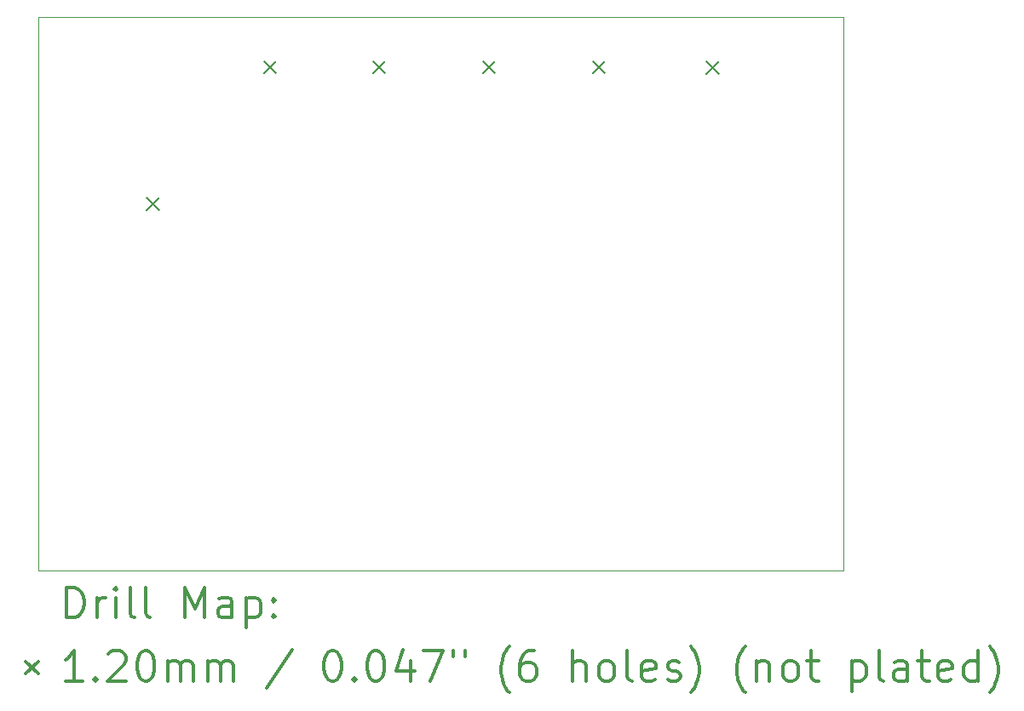
<source format=gbr>
%FSLAX45Y45*%
G04 Gerber Fmt 4.5, Leading zero omitted, Abs format (unit mm)*
G04 Created by KiCad (PCBNEW 5.1.6+dfsg1-1~bpo9+1) date 2022-04-04 20:28:34*
%MOMM*%
%LPD*%
G01*
G04 APERTURE LIST*
%TA.AperFunction,Profile*%
%ADD10C,0.100000*%
%TD*%
%ADD11C,0.200000*%
%ADD12C,0.300000*%
G04 APERTURE END LIST*
D10*
X15500000Y-3000000D02*
X7500000Y-3000000D01*
X15500000Y-3000000D02*
X15500000Y-8500000D01*
X7500000Y-8500000D02*
X7500000Y-3000000D01*
X7500000Y-8500000D02*
X15500000Y-8500000D01*
D11*
X9739300Y-3435700D02*
X9859300Y-3555700D01*
X9859300Y-3435700D02*
X9739300Y-3555700D01*
X10825150Y-3435700D02*
X10945150Y-3555700D01*
X10945150Y-3435700D02*
X10825150Y-3555700D01*
X14139850Y-3442050D02*
X14259850Y-3562050D01*
X14259850Y-3442050D02*
X14139850Y-3562050D01*
X8577250Y-4797140D02*
X8697250Y-4917140D01*
X8697250Y-4797140D02*
X8577250Y-4917140D01*
X11917350Y-3435700D02*
X12037350Y-3555700D01*
X12037350Y-3435700D02*
X11917350Y-3555700D01*
X13009550Y-3435700D02*
X13129550Y-3555700D01*
X13129550Y-3435700D02*
X13009550Y-3555700D01*
D12*
X7781428Y-8970714D02*
X7781428Y-8670714D01*
X7852857Y-8670714D01*
X7895714Y-8685000D01*
X7924286Y-8713572D01*
X7938571Y-8742143D01*
X7952857Y-8799286D01*
X7952857Y-8842143D01*
X7938571Y-8899286D01*
X7924286Y-8927857D01*
X7895714Y-8956429D01*
X7852857Y-8970714D01*
X7781428Y-8970714D01*
X8081428Y-8970714D02*
X8081428Y-8770714D01*
X8081428Y-8827857D02*
X8095714Y-8799286D01*
X8110000Y-8785000D01*
X8138571Y-8770714D01*
X8167143Y-8770714D01*
X8267143Y-8970714D02*
X8267143Y-8770714D01*
X8267143Y-8670714D02*
X8252857Y-8685000D01*
X8267143Y-8699286D01*
X8281428Y-8685000D01*
X8267143Y-8670714D01*
X8267143Y-8699286D01*
X8452857Y-8970714D02*
X8424286Y-8956429D01*
X8410000Y-8927857D01*
X8410000Y-8670714D01*
X8610000Y-8970714D02*
X8581428Y-8956429D01*
X8567143Y-8927857D01*
X8567143Y-8670714D01*
X8952857Y-8970714D02*
X8952857Y-8670714D01*
X9052857Y-8885000D01*
X9152857Y-8670714D01*
X9152857Y-8970714D01*
X9424286Y-8970714D02*
X9424286Y-8813572D01*
X9410000Y-8785000D01*
X9381428Y-8770714D01*
X9324286Y-8770714D01*
X9295714Y-8785000D01*
X9424286Y-8956429D02*
X9395714Y-8970714D01*
X9324286Y-8970714D01*
X9295714Y-8956429D01*
X9281428Y-8927857D01*
X9281428Y-8899286D01*
X9295714Y-8870714D01*
X9324286Y-8856429D01*
X9395714Y-8856429D01*
X9424286Y-8842143D01*
X9567143Y-8770714D02*
X9567143Y-9070714D01*
X9567143Y-8785000D02*
X9595714Y-8770714D01*
X9652857Y-8770714D01*
X9681428Y-8785000D01*
X9695714Y-8799286D01*
X9710000Y-8827857D01*
X9710000Y-8913572D01*
X9695714Y-8942143D01*
X9681428Y-8956429D01*
X9652857Y-8970714D01*
X9595714Y-8970714D01*
X9567143Y-8956429D01*
X9838571Y-8942143D02*
X9852857Y-8956429D01*
X9838571Y-8970714D01*
X9824286Y-8956429D01*
X9838571Y-8942143D01*
X9838571Y-8970714D01*
X9838571Y-8785000D02*
X9852857Y-8799286D01*
X9838571Y-8813572D01*
X9824286Y-8799286D01*
X9838571Y-8785000D01*
X9838571Y-8813572D01*
X7375000Y-9405000D02*
X7495000Y-9525000D01*
X7495000Y-9405000D02*
X7375000Y-9525000D01*
X7938571Y-9600714D02*
X7767143Y-9600714D01*
X7852857Y-9600714D02*
X7852857Y-9300714D01*
X7824286Y-9343572D01*
X7795714Y-9372143D01*
X7767143Y-9386429D01*
X8067143Y-9572143D02*
X8081428Y-9586429D01*
X8067143Y-9600714D01*
X8052857Y-9586429D01*
X8067143Y-9572143D01*
X8067143Y-9600714D01*
X8195714Y-9329286D02*
X8210000Y-9315000D01*
X8238571Y-9300714D01*
X8310000Y-9300714D01*
X8338571Y-9315000D01*
X8352857Y-9329286D01*
X8367143Y-9357857D01*
X8367143Y-9386429D01*
X8352857Y-9429286D01*
X8181428Y-9600714D01*
X8367143Y-9600714D01*
X8552857Y-9300714D02*
X8581428Y-9300714D01*
X8610000Y-9315000D01*
X8624286Y-9329286D01*
X8638571Y-9357857D01*
X8652857Y-9415000D01*
X8652857Y-9486429D01*
X8638571Y-9543572D01*
X8624286Y-9572143D01*
X8610000Y-9586429D01*
X8581428Y-9600714D01*
X8552857Y-9600714D01*
X8524286Y-9586429D01*
X8510000Y-9572143D01*
X8495714Y-9543572D01*
X8481428Y-9486429D01*
X8481428Y-9415000D01*
X8495714Y-9357857D01*
X8510000Y-9329286D01*
X8524286Y-9315000D01*
X8552857Y-9300714D01*
X8781428Y-9600714D02*
X8781428Y-9400714D01*
X8781428Y-9429286D02*
X8795714Y-9415000D01*
X8824286Y-9400714D01*
X8867143Y-9400714D01*
X8895714Y-9415000D01*
X8910000Y-9443572D01*
X8910000Y-9600714D01*
X8910000Y-9443572D02*
X8924286Y-9415000D01*
X8952857Y-9400714D01*
X8995714Y-9400714D01*
X9024286Y-9415000D01*
X9038571Y-9443572D01*
X9038571Y-9600714D01*
X9181428Y-9600714D02*
X9181428Y-9400714D01*
X9181428Y-9429286D02*
X9195714Y-9415000D01*
X9224286Y-9400714D01*
X9267143Y-9400714D01*
X9295714Y-9415000D01*
X9310000Y-9443572D01*
X9310000Y-9600714D01*
X9310000Y-9443572D02*
X9324286Y-9415000D01*
X9352857Y-9400714D01*
X9395714Y-9400714D01*
X9424286Y-9415000D01*
X9438571Y-9443572D01*
X9438571Y-9600714D01*
X10024286Y-9286429D02*
X9767143Y-9672143D01*
X10410000Y-9300714D02*
X10438571Y-9300714D01*
X10467143Y-9315000D01*
X10481428Y-9329286D01*
X10495714Y-9357857D01*
X10510000Y-9415000D01*
X10510000Y-9486429D01*
X10495714Y-9543572D01*
X10481428Y-9572143D01*
X10467143Y-9586429D01*
X10438571Y-9600714D01*
X10410000Y-9600714D01*
X10381428Y-9586429D01*
X10367143Y-9572143D01*
X10352857Y-9543572D01*
X10338571Y-9486429D01*
X10338571Y-9415000D01*
X10352857Y-9357857D01*
X10367143Y-9329286D01*
X10381428Y-9315000D01*
X10410000Y-9300714D01*
X10638571Y-9572143D02*
X10652857Y-9586429D01*
X10638571Y-9600714D01*
X10624286Y-9586429D01*
X10638571Y-9572143D01*
X10638571Y-9600714D01*
X10838571Y-9300714D02*
X10867143Y-9300714D01*
X10895714Y-9315000D01*
X10910000Y-9329286D01*
X10924286Y-9357857D01*
X10938571Y-9415000D01*
X10938571Y-9486429D01*
X10924286Y-9543572D01*
X10910000Y-9572143D01*
X10895714Y-9586429D01*
X10867143Y-9600714D01*
X10838571Y-9600714D01*
X10810000Y-9586429D01*
X10795714Y-9572143D01*
X10781428Y-9543572D01*
X10767143Y-9486429D01*
X10767143Y-9415000D01*
X10781428Y-9357857D01*
X10795714Y-9329286D01*
X10810000Y-9315000D01*
X10838571Y-9300714D01*
X11195714Y-9400714D02*
X11195714Y-9600714D01*
X11124286Y-9286429D02*
X11052857Y-9500714D01*
X11238571Y-9500714D01*
X11324286Y-9300714D02*
X11524286Y-9300714D01*
X11395714Y-9600714D01*
X11624286Y-9300714D02*
X11624286Y-9357857D01*
X11738571Y-9300714D02*
X11738571Y-9357857D01*
X12181428Y-9715000D02*
X12167143Y-9700714D01*
X12138571Y-9657857D01*
X12124286Y-9629286D01*
X12110000Y-9586429D01*
X12095714Y-9515000D01*
X12095714Y-9457857D01*
X12110000Y-9386429D01*
X12124286Y-9343572D01*
X12138571Y-9315000D01*
X12167143Y-9272143D01*
X12181428Y-9257857D01*
X12424286Y-9300714D02*
X12367143Y-9300714D01*
X12338571Y-9315000D01*
X12324286Y-9329286D01*
X12295714Y-9372143D01*
X12281428Y-9429286D01*
X12281428Y-9543572D01*
X12295714Y-9572143D01*
X12310000Y-9586429D01*
X12338571Y-9600714D01*
X12395714Y-9600714D01*
X12424286Y-9586429D01*
X12438571Y-9572143D01*
X12452857Y-9543572D01*
X12452857Y-9472143D01*
X12438571Y-9443572D01*
X12424286Y-9429286D01*
X12395714Y-9415000D01*
X12338571Y-9415000D01*
X12310000Y-9429286D01*
X12295714Y-9443572D01*
X12281428Y-9472143D01*
X12810000Y-9600714D02*
X12810000Y-9300714D01*
X12938571Y-9600714D02*
X12938571Y-9443572D01*
X12924286Y-9415000D01*
X12895714Y-9400714D01*
X12852857Y-9400714D01*
X12824286Y-9415000D01*
X12810000Y-9429286D01*
X13124286Y-9600714D02*
X13095714Y-9586429D01*
X13081428Y-9572143D01*
X13067143Y-9543572D01*
X13067143Y-9457857D01*
X13081428Y-9429286D01*
X13095714Y-9415000D01*
X13124286Y-9400714D01*
X13167143Y-9400714D01*
X13195714Y-9415000D01*
X13210000Y-9429286D01*
X13224286Y-9457857D01*
X13224286Y-9543572D01*
X13210000Y-9572143D01*
X13195714Y-9586429D01*
X13167143Y-9600714D01*
X13124286Y-9600714D01*
X13395714Y-9600714D02*
X13367143Y-9586429D01*
X13352857Y-9557857D01*
X13352857Y-9300714D01*
X13624286Y-9586429D02*
X13595714Y-9600714D01*
X13538571Y-9600714D01*
X13510000Y-9586429D01*
X13495714Y-9557857D01*
X13495714Y-9443572D01*
X13510000Y-9415000D01*
X13538571Y-9400714D01*
X13595714Y-9400714D01*
X13624286Y-9415000D01*
X13638571Y-9443572D01*
X13638571Y-9472143D01*
X13495714Y-9500714D01*
X13752857Y-9586429D02*
X13781428Y-9600714D01*
X13838571Y-9600714D01*
X13867143Y-9586429D01*
X13881428Y-9557857D01*
X13881428Y-9543572D01*
X13867143Y-9515000D01*
X13838571Y-9500714D01*
X13795714Y-9500714D01*
X13767143Y-9486429D01*
X13752857Y-9457857D01*
X13752857Y-9443572D01*
X13767143Y-9415000D01*
X13795714Y-9400714D01*
X13838571Y-9400714D01*
X13867143Y-9415000D01*
X13981428Y-9715000D02*
X13995714Y-9700714D01*
X14024286Y-9657857D01*
X14038571Y-9629286D01*
X14052857Y-9586429D01*
X14067143Y-9515000D01*
X14067143Y-9457857D01*
X14052857Y-9386429D01*
X14038571Y-9343572D01*
X14024286Y-9315000D01*
X13995714Y-9272143D01*
X13981428Y-9257857D01*
X14524286Y-9715000D02*
X14510000Y-9700714D01*
X14481428Y-9657857D01*
X14467143Y-9629286D01*
X14452857Y-9586429D01*
X14438571Y-9515000D01*
X14438571Y-9457857D01*
X14452857Y-9386429D01*
X14467143Y-9343572D01*
X14481428Y-9315000D01*
X14510000Y-9272143D01*
X14524286Y-9257857D01*
X14638571Y-9400714D02*
X14638571Y-9600714D01*
X14638571Y-9429286D02*
X14652857Y-9415000D01*
X14681428Y-9400714D01*
X14724286Y-9400714D01*
X14752857Y-9415000D01*
X14767143Y-9443572D01*
X14767143Y-9600714D01*
X14952857Y-9600714D02*
X14924286Y-9586429D01*
X14910000Y-9572143D01*
X14895714Y-9543572D01*
X14895714Y-9457857D01*
X14910000Y-9429286D01*
X14924286Y-9415000D01*
X14952857Y-9400714D01*
X14995714Y-9400714D01*
X15024286Y-9415000D01*
X15038571Y-9429286D01*
X15052857Y-9457857D01*
X15052857Y-9543572D01*
X15038571Y-9572143D01*
X15024286Y-9586429D01*
X14995714Y-9600714D01*
X14952857Y-9600714D01*
X15138571Y-9400714D02*
X15252857Y-9400714D01*
X15181428Y-9300714D02*
X15181428Y-9557857D01*
X15195714Y-9586429D01*
X15224286Y-9600714D01*
X15252857Y-9600714D01*
X15581428Y-9400714D02*
X15581428Y-9700714D01*
X15581428Y-9415000D02*
X15610000Y-9400714D01*
X15667143Y-9400714D01*
X15695714Y-9415000D01*
X15710000Y-9429286D01*
X15724286Y-9457857D01*
X15724286Y-9543572D01*
X15710000Y-9572143D01*
X15695714Y-9586429D01*
X15667143Y-9600714D01*
X15610000Y-9600714D01*
X15581428Y-9586429D01*
X15895714Y-9600714D02*
X15867143Y-9586429D01*
X15852857Y-9557857D01*
X15852857Y-9300714D01*
X16138571Y-9600714D02*
X16138571Y-9443572D01*
X16124286Y-9415000D01*
X16095714Y-9400714D01*
X16038571Y-9400714D01*
X16010000Y-9415000D01*
X16138571Y-9586429D02*
X16110000Y-9600714D01*
X16038571Y-9600714D01*
X16010000Y-9586429D01*
X15995714Y-9557857D01*
X15995714Y-9529286D01*
X16010000Y-9500714D01*
X16038571Y-9486429D01*
X16110000Y-9486429D01*
X16138571Y-9472143D01*
X16238571Y-9400714D02*
X16352857Y-9400714D01*
X16281428Y-9300714D02*
X16281428Y-9557857D01*
X16295714Y-9586429D01*
X16324286Y-9600714D01*
X16352857Y-9600714D01*
X16567143Y-9586429D02*
X16538571Y-9600714D01*
X16481428Y-9600714D01*
X16452857Y-9586429D01*
X16438571Y-9557857D01*
X16438571Y-9443572D01*
X16452857Y-9415000D01*
X16481428Y-9400714D01*
X16538571Y-9400714D01*
X16567143Y-9415000D01*
X16581428Y-9443572D01*
X16581428Y-9472143D01*
X16438571Y-9500714D01*
X16838571Y-9600714D02*
X16838571Y-9300714D01*
X16838571Y-9586429D02*
X16810000Y-9600714D01*
X16752857Y-9600714D01*
X16724286Y-9586429D01*
X16710000Y-9572143D01*
X16695714Y-9543572D01*
X16695714Y-9457857D01*
X16710000Y-9429286D01*
X16724286Y-9415000D01*
X16752857Y-9400714D01*
X16810000Y-9400714D01*
X16838571Y-9415000D01*
X16952857Y-9715000D02*
X16967143Y-9700714D01*
X16995714Y-9657857D01*
X17010000Y-9629286D01*
X17024286Y-9586429D01*
X17038571Y-9515000D01*
X17038571Y-9457857D01*
X17024286Y-9386429D01*
X17010000Y-9343572D01*
X16995714Y-9315000D01*
X16967143Y-9272143D01*
X16952857Y-9257857D01*
M02*

</source>
